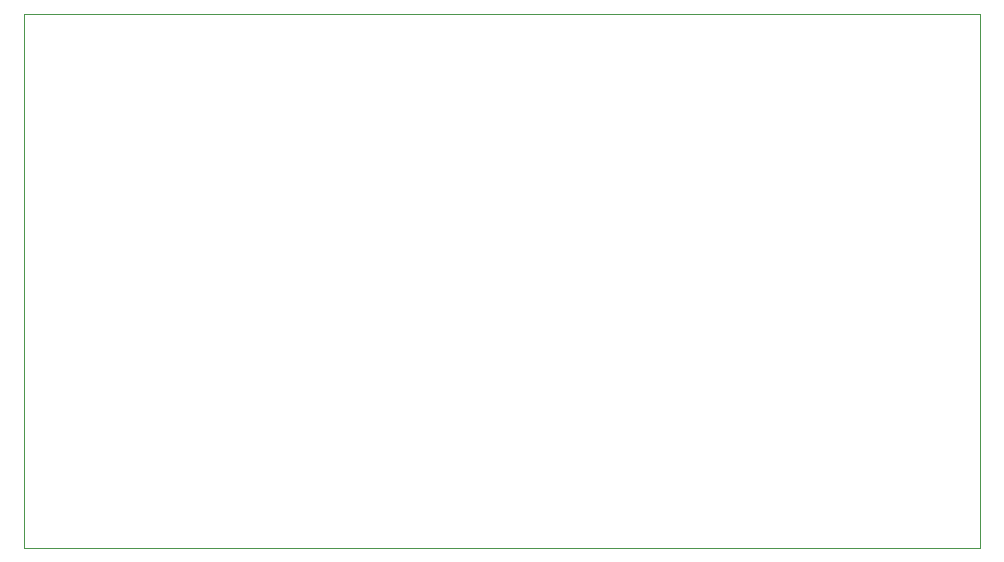
<source format=gbr>
%TF.GenerationSoftware,KiCad,Pcbnew,8.0.7*%
%TF.CreationDate,2025-06-30T14:07:42-04:00*%
%TF.ProjectId,pathfinder,70617468-6669-46e6-9465-722e6b696361,rev?*%
%TF.SameCoordinates,Original*%
%TF.FileFunction,Profile,NP*%
%FSLAX46Y46*%
G04 Gerber Fmt 4.6, Leading zero omitted, Abs format (unit mm)*
G04 Created by KiCad (PCBNEW 8.0.7) date 2025-06-30 14:07:42*
%MOMM*%
%LPD*%
G01*
G04 APERTURE LIST*
%TA.AperFunction,Profile*%
%ADD10C,0.050000*%
%TD*%
G04 APERTURE END LIST*
D10*
X116681250Y-88106250D02*
X197643750Y-88106250D01*
X197643750Y-133350000D01*
X116681250Y-133350000D01*
X116681250Y-88106250D01*
M02*

</source>
